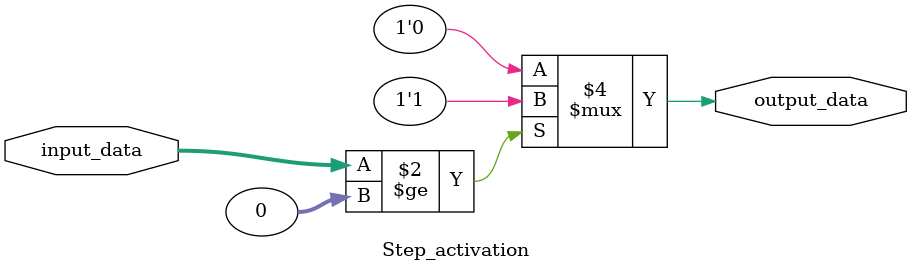
<source format=sv>
/*
@File    :   step_activation.sv
@Time    :   2023/11/22 10:55:55
@Author  :   Kevin Pettersson 
@Version :   1.0
@Contact :   kevinpet@kth.se
@License :   (C)Copyright 2023, Kevin Pettersson
@Desc    :   
*/


module Step_activation #(parameter precision = 8, parameter threshold = 0)(
    input logic signed [precision-1:0] input_data,
    
    output logic output_data
);

always_comb begin
    if (input_data >= threshold) begin
        output_data = 1'b1;
    end else begin
        output_data = 1'b0;
    end
end

endmodule
</source>
